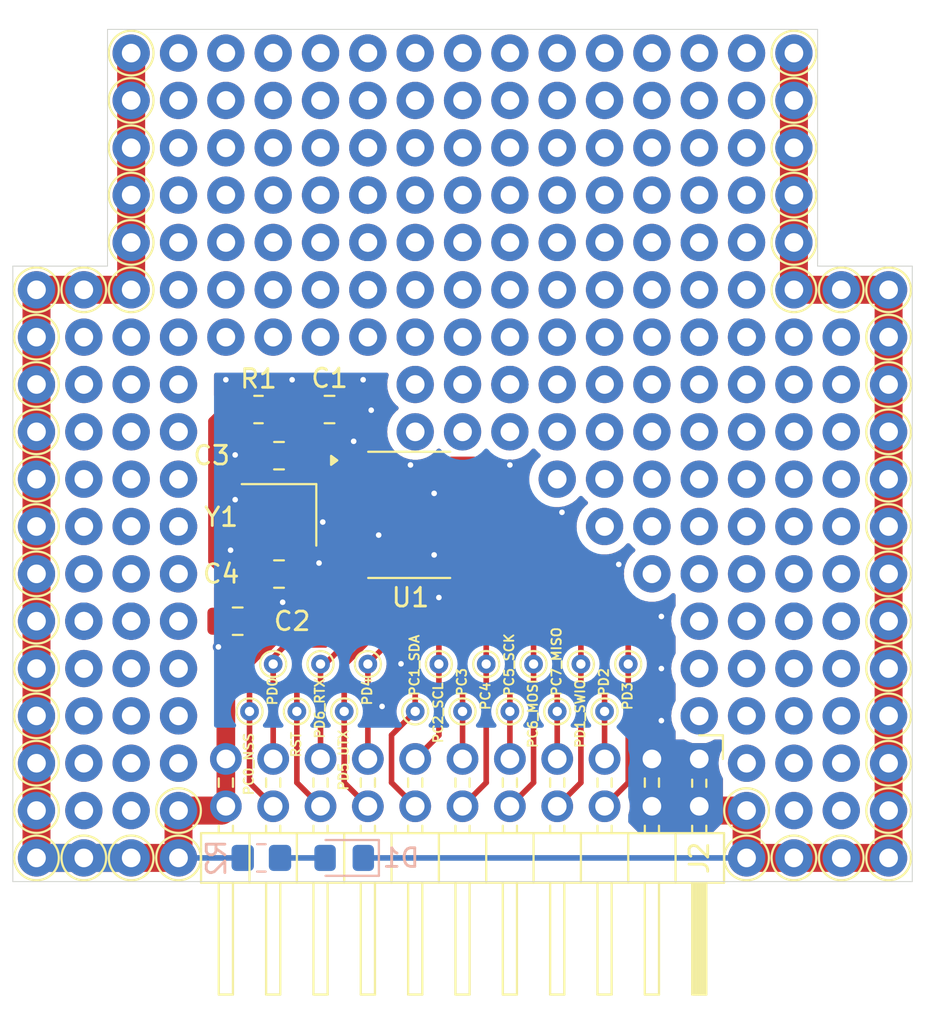
<source format=kicad_pcb>
(kicad_pcb (version 20240108) (generator "pcbnew") (generator_version "8.0")
  (layers (0 "F.Cu" signal) (31 "B.Cu" signal) (34 "B.Paste" user) (35 "F.Paste" user) (36 "B.SilkS" user "B.Silkscreen") (37 "F.SilkS" user "F.Silkscreen") (38 "B.Mask" user) (39 "F.Mask" user) (44 "Edge.Cuts" user))
  (net 0 "")
  (net 1 "GND")
  (net 2 "VCC")
  (net 3 "RST")
  (net 4 "Net-(U1-PA1)")
  (net 5 "Net-(U1-PA2)")
  (net 6 "Net-(D1-A)")
  (net 7 "PD0")
  (net 8 "PD1_SWIO")
  (net 9 "PC5_SCK")
  (net 10 "PC3")
  (net 11 "PC6_MOSI")
  (net 12 "PC0_NSS")
  (net 13 "PD3")
  (net 14 "PC7_MISO")
  (net 15 "PD4")
  (net 16 "PD2")
  (net 17 "PD5_UTX")
  (net 18 "PC2_SCL")
  (net 19 "PC4")
  (net 20 "PD6_RTX")
  (net 21 "PC1_SDA")
  (footprint "TestPoint:TestPoint_THTPad_D2.0mm_Drill1.0mm" (layer "F.Cu") (at 144.78 105.64)
    (property "Reference" "TP23" (hide yes))
    (property "Value" "GND")
  )
  (footprint "Capacitor_SMD:C_0805_2012Metric_Pad1.18x1.45mm_HandSolder" (layer "F.Cu") (at 119.6925 86.6 180)
    (property "Reference" "C3")
    (property "Value" "22p" (hide yes))
  )
  (footprint "TestPoint:TestPoint_THTPad_D1.0mm_Drill0.5mm" (layer "F.Cu") (at 138.43 97.78)
    (property "Reference" "TP63" (hide yes))
    (property "Value" "PD3")
  )
  (footprint "" (layer "F.Cu") (at 127 80.24 180)
    (property "Reference" "")
    (property "Value" "")
  )
  (footprint "" (layer "F.Cu") (at 109.22 100.56 90)
    (property "Reference" "")
    (property "Value" "")
  )
  (footprint "TestPoint:TestPoint_THTPad_D1.0mm_Drill0.5mm" (layer "F.Cu") (at 118.11 100.32)
    (property "Reference" "TP51" (hide yes))
    (property "Value" "PC0_NSS")
  )
  (footprint "" (layer "F.Cu") (at 149.86 103.1 90)
    (property "Reference" "")
    (property "Value" "")
  )
  (footprint "" (layer "F.Cu") (at 139.7 92.94 90)
    (property "Reference" "")
    (property "Value" "")
  )
  (footprint "TestPoint:TestPoint_THTPad_D1.0mm_Drill0.5mm" (layer "F.Cu") (at 129.54 100.32)
    (property "Reference" "TP54" (hide yes))
    (property "Value" "PC3")
  )
  (footprint "" (layer "F.Cu") (at 116.84 77.7 90)
    (property "Reference" "")
    (property "Value" "")
  )
  (footprint "" (layer "F.Cu") (at 127 70.08)
    (property "Reference" "")
    (property "Value" "")
  )
  (footprint "" (layer "F.Cu") (at 116.84 72.62)
    (property "Reference" "")
    (property "Value" "")
  )
  (footprint "" (layer "F.Cu") (at 109.22 95.48 90)
    (property "Reference" "")
    (property "Value" "")
  )
  (footprint "" (layer "F.Cu") (at 139.7 70.08)
    (property "Reference" "")
    (property "Value" "")
  )
  (footprint "TestPoint:TestPoint_THTPad_D2.0mm_Drill1.0mm" (layer "F.Cu") (at 106.68 98.02)
    (property "Reference" "TP27" (hide yes))
    (property "Value" "VCC")
  )
  (footprint "" (layer "F.Cu") (at 134.62 85.32)
    (property "Reference" "")
    (property "Value" "")
  )
  (footprint "" (layer "F.Cu") (at 114.3 92.94 90)
    (property "Reference" "")
    (property "Value" "")
  )
  (footprint "" (layer "F.Cu") (at 121.92 77.7)
    (property "Reference" "")
    (property "Value" "")
  )
  (footprint "" (layer "F.Cu") (at 144.78 103.1 90)
    (property "Reference" "")
    (property "Value" "")
  )
  (footprint "" (layer "F.Cu") (at 119.38 77.7)
    (property "Reference" "")
    (property "Value" "")
  )
  (footprint "" (layer "F.Cu") (at 144.78 90.4 90)
    (property "Reference" "")
    (property "Value" "")
  )
  (footprint "" (layer "F.Cu") (at 129.54 85.32 180)
    (property "Reference" "")
    (property "Value" "")
  )
  (footprint "" (layer "F.Cu") (at 109.22 98.02 90)
    (property "Reference" "")
    (property "Value" "")
  )
  (footprint "" (layer "F.Cu") (at 127 77.7)
    (property "Reference" "")
    (property "Value" "")
  )
  (footprint "" (layer "F.Cu") (at 109.22 87.86 90)
    (property "Reference" "")
    (property "Value" "")
  )
  (footprint "" (layer "F.Cu") (at 147.32 90.4 90)
    (property "Reference" "")
    (property "Value" "")
  )
  (footprint "" (layer "F.Cu") (at 139.7 72.62)
    (property "Reference" "")
    (property "Value" "")
  )
  (footprint "" (layer "F.Cu") (at 142.24 75.16 90)
    (property "Reference" "")
    (property "Value" "")
  )
  (footprint "" (layer "F.Cu") (at 142.24 95.48 90)
    (property "Reference" "")
    (property "Value" "")
  )
  (footprint "" (layer "F.Cu") (at 149.86 95.48 90)
    (property "Reference" "")
    (property "Value" "")
  )
  (footprint "" (layer "F.Cu") (at 149.86 90.4 90)
    (property "Reference" "")
    (property "Value" "")
  )
  (footprint "TestPoint:TestPoint_THTPad_D2.0mm_Drill1.0mm" (layer "F.Cu") (at 149.86 108.18)
    (property "Reference" "TP21" (hide yes))
    (property "Value" "GND")
  )
  (footprint "TestPoint:TestPoint_THTPad_D2.0mm_Drill1.0mm" (layer "F.Cu") (at 152.4 100.56)
    (property "Reference" "TP19" (hide yes))
    (property "Value" "GND")
  )
  (footprint "" (layer "F.Cu") (at 124.46 80.24 180)
    (property "Reference" "")
    (property "Value" "")
  )
  (footprint "" (layer "F.Cu") (at 109.22 85.32 90)
    (property "Reference" "")
    (property "Value" "")
  )
  (footprint "" (layer "F.Cu") (at 137.16 70.08)
    (property "Reference" "")
    (property "Value" "")
  )
  (footprint "" (layer "F.Cu") (at 144.78 72.62 90)
    (property "Reference" "")
    (property "Value" "")
  )
  (footprint "" (layer "F.Cu") (at 142.24 72.62 90)
    (property "Reference" "")
    (property "Value" "")
  )
  (footprint "" (layer "F.Cu") (at 129.54 75.16)
    (property "Reference" "")
    (property "Value" "")
  )
  (footprint "" (layer "F.Cu") (at 139.7 90.4 90)
    (property "Reference" "")
    (property "Value" "")
  )
  (footprint "TestPoint:TestPoint_THTPad_D2.0mm_Drill1.0mm" (layer "F.Cu") (at 147.32 67.54)
    (property "Reference" "TP2" (hide yes))
    (property "Value" "GND")
  )
  (footprint "TestPoint:TestPoint_THTPad_D1.0mm_Drill0.5mm" (layer "F.Cu") (at 128.27 97.78)
    (property "Reference" "TP53" (hide yes))
    (property "Value" "PC2_SCK")
  )
  (footprint "" (layer "F.Cu") (at 121.92 72.62)
    (property "Reference" "")
    (property "Value" "")
  )
  (footprint "" (layer "F.Cu") (at 134.62 77.7)
    (property "Reference" "")
    (property "Value" "")
  )
  (footprint "TestPoint:TestPoint_THTPad_D2.0mm_Drill1.0mm" (layer "F.Cu") (at 111.76 67.54)
    (property "Reference" "TP31" (hide yes))
    (property "Value" "VCC")
  )
  (footprint "" (layer "F.Cu") (at 114.3 67.54)
    (property "Reference" "")
    (property "Value" "")
  )
  (footprint "" (layer "F.Cu") (at 139.7 67.54)
    (property "Reference" "")
    (property "Value" "")
  )
  (footprint "TestPoint:TestPoint_THTPad_D2.0mm_Drill1.0mm" (layer "F.Cu") (at 147.32 108.18)
    (property "Reference" "TP22" (hide yes))
    (property "Value" "GND")
  )
  (footprint "" (layer "F.Cu") (at 114.3 82.78 90)
    (property "Reference" "")
    (property "Value" "")
  )
  (footprint "" (layer "F.Cu") (at 114.3 95.48 90)
    (property "Reference" "")
    (property "Value" "")
  )
  (footprint "" (layer "F.Cu") (at 142.24 85.32 90)
    (property "Reference" "")
    (property "Value" "")
  )
  (footprint "" (layer "F.Cu") (at 109.22 90.4 90)
    (property "Reference" "")
    (property "Value" "")
  )
  (footprint "" (layer "F.Cu") (at 121.92 70.08)
    (property "Reference" "")
    (property "Value" "")
  )
  (footprint "TestPoint:TestPoint_THTPad_D2.0mm_Drill1.0mm" (layer "F.Cu") (at 106.68 85.32)
    (property "Reference" "TP44" (hide yes))
    (property "Value" "VCC")
  )
  (footprint "" (layer "F.Cu") (at 109.22 80.24 90)
    (property "Reference" "")
    (property "Value" "")
  )
  (footprint "" (layer "F.Cu") (at 119.38 70.08)
    (property "Reference" "")
    (property "Value" "")
  )
  (footprint "" (layer "F.Cu") (at 121.92 65)
    (property "Reference" "")
    (property "Value" "")
  )
  (footprint "" (layer "F.Cu") (at 111.76 95.48 90)
    (property "Reference" "")
    (property "Value" "")
  )
  (footprint "Capacitor_SMD:C_0805_2012Metric_Pad1.18x1.45mm_HandSolder" (layer "F.Cu") (at 117.475 95.48 180)
    (property "Reference" "C2")
    (property "Value" "100n" (hide yes))
  )
  (footprint "" (layer "F.Cu") (at 129.54 67.54)
    (property "Reference" "")
    (property "Value" "")
  )
  (footprint "" (layer "F.Cu") (at 134.62 87.86)
    (property "Reference" "")
    (property "Value" "")
  )
  (footprint "" (layer "F.Cu") (at 139.7 65)
    (property "Reference" "")
    (property "Value" "")
  )
  (footprint "" (layer "F.Cu") (at 109.22 92.94 90)
    (property "Reference" "")
    (property "Value" "")
  )
  (footprint "" (layer "F.Cu") (at 129.54 77.7)
    (property "Reference" "")
    (property "Value" "")
  )
  (footprint "" (layer "F.Cu") (at 144.78 67.54 90)
    (property "Reference" "")
    (property "Value" "")
  )
  (footprint "TestPoint:TestPoint_THTPad_D1.0mm_Drill0.5mm" (layer "F.Cu") (at 135.89 97.78)
    (property "Reference" "TP61" (hide yes))
    (property "Value" "PD1_SWIO")
  )
  (footprint "" (layer "F.Cu") (at 142.24 100.56 180)
    (property "Reference" "")
    (property "Value" "")
  )
  (footprint "" (layer "F.Cu") (at 149.86 95.48 90)
    (property "Reference" "")
    (property "Value" "")
  )
  (footprint "" (layer "F.Cu") (at 114.3 100.56 90)
    (property "Reference" "")
    (property "Value" "")
  )
  (footprint "" (layer "F.Cu") (at 147.32 82.78 90)
    (property "Reference" "")
    (property "Value" "")
  )
  (footprint "TestPoint:TestPoint_THTPad_D1.0mm_Drill0.5mm" (layer "F.Cu") (at 133.35 97.78)
    (property "Reference" "TP57" (hide yes))
    (property "Value" "PC6_MOSI")
  )
  (footprint "" (layer "F.Cu") (at 144.78 77.7 90)
    (property "Reference" "")
    (property "Value" "")
  )
  (footprint "" (layer "F.Cu") (at 111.76 80.24 90)
    (property "Reference" "")
    (property "Value" "")
  )
  (footprint "" (layer "F.Cu") (at 147.32 100.56 90)
    (property "Reference" "")
    (property "Value" "")
  )
  (footprint "Resistor_SMD:R_0805_2012Metric_Pad1.20x1.40mm_HandSolder" (layer "F.Cu") (at 118.5925 84.124544)
    (property "Reference" "R1")
    (property "Value" "100k" (hide yes))
  )
  (footprint "TestPoint:TestPoint_THTPad_D1.0mm_Drill0.5mm" (layer "F.Cu") (at 134.62 100.32)
    (property "Reference" "TP58" (hide yes))
    (property "Value" "PC7_MISO")
  )
  (footprint "" (layer "F.Cu") (at 137.16 75.16)
    (property "Reference" "")
    (property "Value" "")
  )
  (footprint "" (layer "F.Cu") (at 114.3 90.4 90)
    (property "Reference" "")
    (property "Value" "")
  )
  (footprint "" (layer "F.Cu") (at 142.24 67.54 90)
    (property "Reference" "")
    (property "Value" "")
  )
  (footprint "" (layer "F.Cu") (at 127 85.32 180)
    (property "Reference" "")
    (property "Value" "")
  )
  (footprint "TestPoint:TestPoint_THTPad_D2.0mm_Drill1.0mm" (layer "F.Cu") (at 106.68 103.1)
    (property "Reference" "TP33" (hide yes))
    (property "Value" "VCC")
  )
  (footprint "TestPoint:TestPoint_THTPad_D2.0mm_Drill1.0mm" (layer "F.Cu") (at 106.68 90.4)
    (property "Reference" "TP36" (hide yes))
    (property "Value" "VCC")
  )
  (footprint "" (layer "F.Cu") (at 114.3 65)
    (property "Reference" "")
    (property "Value" "")
  )
  (footprint "" (layer "F.Cu") (at 124.46 70.08)
    (property "Reference" "")
    (property "Value" "")
  )
  (footprint "" (layer "F.Cu") (at 124.46 72.62)
    (property "Reference" "")
    (property "Value" "")
  )
  (footprint "" (layer "F.Cu") (at 149.86 100.56 90)
    (property "Reference" "")
    (property "Value" "")
  )
  (footprint "TestPoint:TestPoint_THTPad_D1.0mm_Drill0.5mm" (layer "F.Cu") (at 127 100.32)
    (property "Reference" "TP52" (hide yes))
    (property "Value" "PC1_SDA")
  )
  (footprint "" (layer "F.Cu") (at 132.08 72.62)
    (property "Reference" "")
    (property "Value" "")
  )
  (footprint "" (layer "F.Cu") (at 124.46 67.54)
    (property "Reference" "")
    (property "Value" "")
  )
  (footprint "TestPoint:TestPoint_THTPad_D1.0mm_Drill0.5mm" (layer "F.Cu") (at 120.65 100.32)
    (property "Reference" "TP59" (hide yes))
    (property "Value" "RST")
  )
  (footprint "" (layer "F.Cu") (at 132.08 82.78 90)
    (property "Reference" "")
    (property "Value" "")
  )
  (footprint "" (layer "F.Cu") (at 137.16 72.62)
    (property "Reference" "")
    (property "Value" "")
  )
  (footprint "TestPoint:TestPoint_THTPad_D2.0mm_Drill1.0mm" (layer "F.Cu") (at 111.76 70.08)
    (property "Reference" "TP46" (hide yes))
    (property "Value" "VCC")
  )
  (footprint "TestPoint:TestPoint_THTPad_D2.0mm_Drill1.0mm" (layer "F.Cu") (at 114.3 108.18)
    (property "Reference" "TP35" (hide yes))
    (property "Value" "VCC")
  )
  (footprint "" (layer "F.Cu") (at 111.76 95.48 90)
    (property "Reference" "")
    (property "Value" "")
  )
  (footprint "" (layer "F.Cu") (at 132.08 67.54)
    (property "Reference" "")
    (property "Value" "")
  )
  (footprint "" (layer "F.Cu") (at 134.62 67.54)
    (property "Reference" "")
    (property "Value" "")
  )
  (footprint "" (layer "F.Cu") (at 119.38 80.24 180)
    (property "Reference" "")
    (property "Value" "")
  )
  (footprint "" (layer "F.Cu") (at 109.22 105.64 90)
    (property "Reference" "")
    (property "Value" "")
  )
  (footprint "" (layer "F.Cu") (at 144.78 85.32 90)
    (property "Reference" "")
    (property "Value" "")
  )
  (footprint "TestPoint:TestPoint_THTPad_D2.0mm_Drill1.0mm" (layer "F.Cu") (at 152.4 98.02)
    (property "Reference" "TP20" (hide yes))
    (property "Value" "GND")
  )
  (footprint "" (layer "F.Cu") (at 147.32 80.24 90)
    (property "Reference" "")
    (property "Value" "")
  )
  (footprint "" (layer "F.Cu") (at 137.16 65)
    (property "Reference" "")
    (property "Value" "")
  )
  (footprint "TestPoint:TestPoint_THTPad_D2.0mm_Drill1.0mm" (layer "F.Cu") (at 147.32 77.7)
    (property "Reference" "TP4" (hide yes))
    (property "Value" "GND")
  )
  (footprint "TestPoint:TestPoint_THTPad_D2.0mm_Drill1.0mm" (layer "F.Cu") (at 111.76 65)
    (property "Reference" "TP26" (hide yes))
    (property "Value" "VCC")
  )
  (footprint "TestPoint:TestPoint_THTPad_D2.0mm_Drill1.0mm" (layer "F.Cu") (at 152.4 103.1)
    (property "Reference" "TP18" (hide yes))
    (property "Value" "GND")
  )
  (footprint "" (layer "F.Cu") (at 134.62 82.78)
    (property "Reference" "")
    (property "Value" "")
  )
  (footprint "TestPoint:TestPoint_THTPad_D2.0mm_Drill1.0mm" (layer "F.Cu") (at 152.4 85.32)
    (property "Reference" "TP11" (hide yes))
    (property "Value" "GND")
  )
  (footprint "" (layer "F.Cu") (at 127 82.78 180)
    (property "Reference" "")
    (property "Value" "")
  )
  (footprint "TestPoint:TestPoint_THTPad_D1.0mm_Drill0.5mm" (layer "F.Cu") (at 132.08 100.32)
    (property "Reference" "TP56" (hide yes))
    (property "Value" "PC5_SCK")
  )
  (footprint "" (layer "F.Cu") (at 142.24 87.86 90)
    (property "Reference" "")
    (property "Value" "")
  )
  (footprint "" (layer "F.Cu") (at 116.84 67.54)
    (property "Reference" "")
    (property "Value" "")
  )
  (footprint "" (layer "F.Cu") (at 139.7 87.86)
    (property "Reference" "")
    (property "Value" "")
  )
  (footprint "" (layer "F.Cu") (at 144.78 80.24 90)
    (property "Reference" "")
    (property "Value" "")
  )
  (footprint "" (layer "F.Cu") (at 137.16 67.54)
    (property "Reference" "")
    (property "Value" "")
  )
  (footprint "" (layer "F.Cu") (at 142.24 90.4 90)
    (property "Reference" "")
    (property "Value" "")
  )
  (footprint "TestPoint:TestPoint_THTPad_D2.0mm_Drill1.0mm" (layer "F.Cu") (at 144.78 108.18)
    (property "Reference" "TP25" (hide yes))
    (property "Value" "GND")
  )
  (footprint "TestPoint:TestPoint_THTPad_D2.0mm_Drill1.0mm" (layer "F.Cu") (at 106.68 82.78)
    (property "Reference" "TP43" (hide yes))
    (property "Value" "VCC")
  )
  (footprint "" (layer "F.Cu") (at 111.76 98.02 90)
    (property "Reference" "")
    (property "Value" "")
  )
  (footprint "" (layer "F.Cu") (at 137.16 77.7)
    (property "Reference" "")
    (property "Value" "")
  )
  (footprint "" (layer "F.Cu") (at 111.76 90.4 90)
    (property "Reference" "")
    (property "Value" "")
  )
  (footprint "" (layer "F.Cu") (at 132.08 80.24 180)
    (property "Reference" "")
    (property "Value" "")
  )
  (footprint "" (layer "F.Cu") (at 127 67.54)
    (property "Reference" "")
    (property "Value" "")
  )
  (footprint "" (layer "F.Cu") (at 114.3 85.32 90)
    (property "Reference" "")
    (property "Value" "")
  )
  (footprint "" (layer "F.Cu") (at 149.86 92.94 90)
    (property "Reference" "")
    (property "Value" "")
  )
  (footprint "" (layer "F.Cu") (at 121.92 80.24 180)
    (property "Reference" "")
    (property "Value" "")
  )
  (footprint "" (layer "F.Cu") (at 119.38 65)
    (property "Reference" "")
    (property "Value" "")
  )
  (footprint "" (layer "F.Cu") (at 114.3 103.1 90)
    (property "Reference" "")
    (property "Value" "")
  )
  (footprint "" (layer "F.Cu") (at 124.46 77.7)
    (property "Reference" "")
    (property "Value" "")
  )
  (footprint "" (layer "F.Cu") (at 134.62 72.62)
    (property "Reference" "")
    (property "Value" "")
  )
  (footprint "TestPoint:TestPoint_THTPad_D2.0mm_Drill1.0mm" (layer "F.Cu") (at 114.3 105.64)
    (property "Reference" "TP29" (hide yes))
    (property "Value" "VCC")
  )
  (footprint "" (layer "F.Cu") (at 142.24 80.24 90)
    (property "Reference" "")
    (property "Value" "")
  )
  (footprint "" (layer "F.Cu") (at 116.84 65)
    (property "Reference" "")
    (property "Value" "")
  )
  (footprint "" (layer "F.Cu") (at 149.86 98.02 90)
    (property "Reference" "")
    (property "Value" "")
  )
  (footprint "" (layer "F.Cu") (at 137.16 85.32)
    (property "Reference" "")
    (property "Value" "")
  )
  (footprint "" (layer "F.Cu") (at 144.78 100.56 180)
    (property "Reference" "")
    (property "Value" "")
  )
  (footprint "" (layer "F.Cu") (at 144.78 82.78 90)
    (property "Reference" "")
    (property "Value" "")
  )
  (footprint "Connector_PinHeader_2.54mm:PinHeader_2x11_P2.54mm_Horizontal" (layer "F.Cu") (at 142.24 102.87 -90)
    (property "Reference" "J2")
    (property "Value" "Conn_02x11_Odd_Even")
  )
  (footprint "" (layer "F.Cu") (at 119.38 67.54)
    (property "Reference" "")
    (property "Value" "")
  )
  (footprint "" (layer "F.Cu") (at 132.08 70.08)
    (property "Reference" "")
    (property "Value" "")
  )
  (footprint "Package_SO:TSSOP-20_4.4x6.5mm_P0.65mm" (layer "F.Cu") (at 126.6775 89.775)
    (property "Reference" "U1")
    (property "Value" "CH32V003FxPx" (hide yes))
  )
  (footprint "" (layer "F.Cu") (at 147.32 95.48 90)
    (property "Reference" "")
    (property "Value" "")
  )
  (footprint "TestPoint:TestPoint_THTPad_D2.0mm_Drill1.0mm" (layer "F.Cu") (at 152.4 92.94)
    (property "Reference" "TP14" (hide yes))
    (property "Value" "GND")
  )
  (footprint "" (layer "F.Cu") (at 132.08 82.78 90)
    (property "Reference" "")
    (property "Value" "")
  )
  (footprint "" (layer "F.Cu") (at 139.7 90.4 90)
    (property "Reference" "")
    (property "Value" "")
  )
  (footprint "" (layer "F.Cu") (at 147.32 92.94 90)
    (property "Reference" "")
    (property "Value" "")
  )
  (footprint "" (layer "F.Cu") (at 132.08 75.16)
    (property "Reference" "")
    (property "Value" "")
  )
  (footprint "TestPoint:TestPoint_THTPad_D2.0mm_Drill1.0mm" (layer "F.Cu") (at 106.68 95.48)
    (property "Reference" "TP32" (hide yes))
    (property "Value" "VCC")
  )
  (footprint "" (layer "F.Cu") (at 132.08 85.32 90)
    (property "Reference" "")
    (property "Value" "")
  )
  (footprint "TestPoint:TestPoint_THTPad_D1.0mm_Drill0.5mm" (layer "F.Cu") (at 119.38 97.78)
    (property "Reference" "TP60" (hide yes))
    (property "Value" "PD0")
  )
  (footprint "" (layer "F.Cu") (at 142.24 77.7 90)
    (property "Reference" "")
    (property "Value" "")
  )
  (footprint "" (layer "F.Cu") (at 124.46 75.16)
    (property "Reference" "")
    (property "Value" "")
  )
  (footprint "TestPoint:TestPoint_THTPad_D1.0mm_Drill0.5mm" (layer "F.Cu") (at 124.46 97.78)
    (property "Reference" "TP64" (hide yes))
    (property "Value" "PD4")
  )
  (footprint "" (layer "F.Cu") (at 149.86 87.86 90)
    (property "Reference" "")
    (property "Value" "")
  )
  (footprint "" (layer "F.Cu") (at 142.24 70.08 90)
    (property "Reference" "")
    (property "Value" "")
  )
  (footprint "" (layer "F.Cu") (at 116.84 80.24 90)
    (property "Reference" "")
    (property "Value" "")
  )
  (footprint "Capacitor_SMD:C_0805_2012Metric_Pad1.18x1.45mm_HandSolder" (layer "F.Cu") (at 122.4025 84.124544)
    (property "Reference" "C1")
    (property "Value" "100n")
  )
  (footprint "" (layer "F.Cu") (at 116.84 70.08)
    (property "Reference" "")
    (property "Value" "")
  )
  (footprint "" (layer "F.Cu") (at 132.08 77.7)
    (property "Reference" "")
    (property "Value" "")
  )
  (footprint "" (layer "F.Cu") (at 137.16 80.24)
    (property "Reference" "")
    (property "Value" "")
  )
  (footprint "TestPoint:TestPoint_THTPad_D2.0mm_Drill1.0mm" (layer "F.Cu") (at 111.76 75.16)
    (property "Reference" "TP48" (hide yes))
    (property "Value" "VCC")
  )
  (footprint "TestPoint:TestPoint_THTPad_D2.0mm_Drill1.0mm" (layer "F.Cu") (at 147.32 75.16)
    (property "Reference" "TP7" (hide yes))
    (property "Value" "GND")
  )
  (footprint "" (layer "F.Cu") (at 139.7 75.16)
    (property "Reference" "")
    (property "Value" "")
  )
  (footprint "TestPoint:TestPoint_THTPad_D2.0mm_Drill1.0mm" (layer "F.Cu") (at 152.4 105.64)
    (property "Reference" "TP17" (hide yes))
    (property "Value" "GND")
  )
  (footprint "" (layer "F.Cu") (at 144.78 80.24 90)
    (property "Reference" "")
    (property "Value" "")
  )
  (footprint "" (layer "F.Cu") (at 127 72.62)
    (property "Reference" "")
    (property "Value" "")
  )
  (footprint "" (layer "F.Cu") (at 144.78 75.16 90)
    (property "Reference" "")
    (property "Value" "")
  )
  (footprint "" (layer "F.Cu") (at 114.3 87.86 90)
    (property "Reference" "")
    (property "Value" "")
  )
  (footprint "" (layer "F.Cu") (at 142.24 92.94 90)
    (property "Reference" "")
    (property "Value" "")
  )
  (footprint "" (layer "F.Cu") (at 127 75.16)
    (property "Reference" "")
    (property "Value" "")
  )
  (footprint "TestPoint:TestPoint_THTPad_D1.0mm_Drill0.5mm" (layer "F.Cu") (at 121.92 97.78)
    (property "Reference" "TP66" (hide yes))
    (property "Value" "PD6_RTX")
  )
  (footprint "" (layer "F.Cu") (at 139.7 77.7)
    (property "Reference" "")
    (property "Value" "")
  )
  (footprint "TestPoint:TestPoint_THTPad_D2.0mm_Drill1.0mm" (layer "F.Cu") (at 152.4 95.48)
    (property "Reference" "TP15" (hide yes))
    (property "Value" "GND")
  )
  (footprint "" (layer "F.Cu") (at 114.3 90.4 90)
    (property "Reference" "")
    (property "Value" "")
  )
  (footprint "" (layer "F.Cu") (at 114.3 77.7 90)
    (property "Reference" "")
    (property "Value" "")
  )
  (footprint "TestPoint:TestPoint_THTPad_D2.0mm_Drill1.0mm" (layer "F.Cu") (at 106.68 105.64)
    (property "Reference" "TP28" (hide yes))
    (property "Value" "VCC")
  )
  (footprint "" (layer "F.Cu") (at 109.22 82.78 90)
    (property "Reference" "")
    (property "Value" "")
  )
  (footprint "TestPoint:TestPoint_THTPad_D1.0mm_Drill0.5mm" (layer "F.Cu") (at 123.19 100.32)
    (property "Reference" "TP65" (hide yes))
    (property "Value" "PD5_UTX")
  )
  (footprint "" (layer "F.Cu") (at 147.32 87.86 90)
    (property "Reference" "")
    (property "Value" "")
  )
  (footprint "" (layer "F.Cu") (at 142.24 80.24 90)
    (property "Reference" "")
    (property "Value" "")
  )
  (footprint "" (layer "F.Cu") (at 119.38 75.16)
    (property "Reference" "")
    (property "Value" "")
  )
  (footprint "" (layer "F.Cu") (at 119.38 72.62)
    (property "Reference" "")
    (property "Value" "")
  )
  (footprint "" (layer "F.Cu") (at 147.32 85.32 90)
    (property "Reference" "")
    (property "Value" "")
  )
  (footprint "" (layer "F.Cu") (at 124.46 67.54)
    (property "Reference" "")
    (property "Value" "")
  )
  (footprint "" (layer "F.Cu") (at 129.54 72.62)
    (property "Reference" "")
    (property "Value" "")
  )
  (footprint "TestPoint:TestPoint_THTPad_D2.0mm_Drill1.0mm" (layer "F.Cu") (at 147.32 72.62)
    (property "Reference" "TP6" (hide yes))
    (property "Value" "GND")
  )
  (footprint "" (layer "F.Cu") (at 111.76 82.78 90)
    (property "Reference" "")
    (property "Value" "")
  )
  (footprint "TestPoint:TestPoint_THTPad_D2.0mm_Drill1.0mm" (layer "F.Cu") (at 152.4 108.18)
    (property "Reference" "TP16" (hide yes))
    (property "Value" "GND")
  )
  (footprint "TestPoint:TestPoint_THTPad_D2.0mm_Drill1.0mm" (layer "F.Cu") (at 147.32 70.08)
    (property "Reference" "TP3" (hide yes))
    (property "Value" "GND")
  )
  (footprint "" (layer "F.Cu") (at 111.76 105.64 90)
    (property "Reference" "")
    (property "Value" "")
  )
  (footprint "" (layer "F.Cu") (at 127 65)
    (property "Reference" "")
    (property "Value" "")
  )
  (footprint "TestPoint:TestPoint_THTPad_D2.0mm_Drill1.0mm" (layer "F.Cu") (at 106.68 80.24)
    (property "Reference" "TP42" (hide yes))
    (property "Value" "VCC")
  )
  (footprint "" (layer "F.Cu") (at 137.16 90.4 90)
    (property "Reference" "")
    (property "Value" "")
  )
  (footprint "TestPoint:TestPoint_THTPad_D2.0mm_Drill1.0mm" (layer "F.Cu") (at 152.4 87.86)
    (property "Reference" "TP12" (hide yes))
    (property "Value" "GND")
  )
  (footprint "TestPoint:TestPoint_THTPad_D2.0mm_Drill1.0mm" (layer "F.Cu") (at 106.68 92.94)
    (property "Reference" "TP37" (hide yes))
    (property "Value" "VCC")
  )
  (footprint "" (layer "F.Cu") (at 144.78 98.02 180)
    (property "Reference" "")
    (property "Value" "")
  )
  (footprint "" (layer "F.Cu") (at 149.86 85.32 90)
    (property "Reference" "")
    (property "Value" "")
  )
  (footprint "TestPoint:TestPoint_THTPad_D2.0mm_Drill1.0mm" (layer "F.Cu") (at 152.4 80.24)
    (property "Reference" "TP9" (hide yes))
    (property "Value" "GND")
  )
  (footprint "" (layer "F.Cu") (at 139.7 80.24)
    (property "Reference" "")
    (property "Value" "")
  )
  (footprint "" (layer "F.Cu") (at 129.54 82.78 180)
    (property "Reference" "")
    (property "Value" "")
  )
  (footprint "" (layer "F.Cu") (at 149.86 105.64 90)
    (property "Reference" "")
    (property "Value" "")
  )
  (footprint "" (layer "F.Cu") (at 142.24 65 90)
    (property "Reference" "")
    (property "Value" "")
  )
  (footprint "" (layer "F.Cu") (at 114.3 80.24 90)
    (property "Reference" "")
    (property "Value" "")
  )
  (footprint "" (layer "F.Cu") (at 142.24 98.02 180)
    (property "Reference" "")
    (property "Value" "")
  )
  (footprint "" (layer "F.Cu") (at 137.16 82.78)
    (property "Reference" "")
    (property "Value" "")
  )
  (footprint "TestPoint:TestPoint_THTPad_D2.0mm_Drill1.0mm" (layer "F.Cu") (at 152.4 82.78)
    (property "Reference" "TP10" (hide yes))
    (property "Value" "GND")
  )
  (footprint "TestPoint:TestPoint_THTPad_D1.0mm_Drill0.5mm" (layer "F.Cu") (at 137.16 100.32)
    (property "Reference" "TP62" (hide yes))
    (property "Value" "PD2")
  )
  (footprint "" (layer "F.Cu") (at 144.78 70.08 90)
    (property "Reference" "")
    (property "Value" "")
  )
  (footprint "TestPoint:TestPoint_THTPad_D2.0mm_Drill1.0mm" (layer "F.Cu") (at 106.68 100.56)
    (property "Reference" "TP38" (hide yes))
    (property "Value" "VCC")
  )
  (footprint "" (layer "F.Cu") (at 134.62 65)
    (property "Reference" "")
    (property "Value" "")
  )
  (footprint "" (layer "F.Cu") (at 124.46 75.16)
    (property "Reference" "")
    (property "Value" "")
  )
  (footprint "TestPoint:TestPoint_THTPad_D1.0mm_Drill0.5mm" (layer "F.Cu") (at 130.81 97.78)
    (property "Reference" "TP55" (hide yes))
    (property "Value" "PC4")
  )
  (footprint "" (layer "F.Cu") (at 144.78 87.86 90)
    (property "Reference" "")
    (property "Value" "")
  )
  (footprint "" (layer "F.Cu") (at 144.78 92.94 90)
    (property "Reference" "")
    (property "Value" "")
  )
  (footprint "" (layer "F.Cu") (at 114.3 70.08)
    (property "Reference" "")
    (property "Value" "")
  )
  (footprint "" (layer "F.Cu") (at 116.84 75.16 90)
    (property "Reference" "")
    (property "Value" "")
  )
  (footprint "" (layer "F.Cu") (at 144.78 95.48 90)
    (property "Reference" "")
    (property "Value" "")
  )
  (footprint "" (layer "F.Cu") (at 142.24 82.78 90)
    (property "Reference" "")
    (property "Value" "")
  )
  (footprint "TestPoint:TestPoint_THTPad_D2.0mm_Drill1.0mm" (layer "F.Cu") (at 109.22 77.7)
    (property "Reference" "TP50" (hide yes))
    (property "Value" "VCC")
  )
  (footprint "Crystal:Crystal_SMD_3225-4Pin_3.2x2.5mm" (layer "F.Cu") (at 119.6925 89.775 180)
    (property "Reference" "Y1")
    (property "Value" "24MHz" (hide yes))
  )
  (footprint "" (layer "F.Cu") (at 124.46 65)
    (property "Reference" "")
    (property "Value" "")
  )
  (footprint "" (layer "F.Cu") (at 111.76 103.1 90)
    (property "Reference" "")
    (property "Value" "")
  )
  (footprint "TestPoint:TestPoint_THTPad_D2.0mm_Drill1.0mm" (layer "F.Cu") (at 111.76 108.18)
    (property "Reference" "TP34" (hide yes))
    (property "Value" "VCC")
  )
  (footprint "" (layer "F.Cu") (at 124.46 77.7)
    (property "Reference" "")
    (property "Value" "")
  )
  (footprint "Capacitor_SMD:C_0805_2012Metric_Pad1.18x1.45mm_HandSolder" (layer "F.Cu") (at 119.6925 92.95)
    (property "Reference" "C4")
    (property "Value" "22p" (hide yes))
  )
  (footprint "" (layer "F.Cu") (at 114.3 72.62)
    (property "Reference" "")
    (property "Value" "")
  )
  (footprint "TestPoint:TestPoint_THTPad_D2.0mm_Drill1.0mm" (layer "F.Cu") (at 152.4 90.4)
    (property "Reference" "TP13" (hide yes))
    (property "Value" "GND")
  )
  (footprint "" (layer "F.Cu") (at 147.32 98.02 90)
    (property "Reference" "")
    (property "Value" "")
  )
  (footprint "" (layer "F.Cu") (at 144.78 65 90)
    (property "Reference" "")
    (property "Value" "")
  )
  (footprint "" (layer "F.Cu") (at 132.08 65)
    (property "Reference" "")
    (property "Value" "")
  )
  (footprint "" (layer "F.Cu") (at 149.86 80.24 90)
    (property "Reference" "")
    (property "Value" "")
  )
  (footprint "TestPoint:TestPoint_THTPad_D2.0mm_Drill1.0mm" (layer "F.Cu") (at 106.68 77.7)
    (property "Reference" "TP41" (hide yes))
    (property "Value" "VCC")
  )
  (footprint "TestPoint:TestPoint_THTPad_D2.0mm_Drill1.0mm" (layer "F.Cu") (at 109.22 108.18)
    (property "Reference" "TP40" (hide yes))
    (property "Value" "VCC")
  )
  (footprint "" (layer "F.Cu") (at 124.46 65)
    (property "Reference" "")
    (property "Value" "")
  )
  (footprint "" (layer "F.Cu") (at 147.32 103.1 90)
    (property "Reference" "")
    (property "Value" "")
  )
  (footprint "TestPoint:TestPoint_THTPad_D2.0mm_Drill1.0mm" (layer "F.Cu") (at 106.68 108.18)
    (property "Reference" "TP39" (hide yes))
    (property "Value" "VCC")
  )
  (footprint "TestPoint:TestPoint_THTPad_D2.0mm_Drill1.0mm" (layer "F.Cu") (at 106.68 87.86)
    (property "Reference" "TP45" (hide yes))
    (property "Value" "VCC")
  )
  (footprint "" (layer "F.Cu") (at 114.3 98.02 90)
    (property "Reference" "")
    (property "Value" "")
  )
  (footprint "TestPoint:TestPoint_THTPad_D2.0mm_Drill1.0mm" (layer "F.Cu") (at 111.76 77.7)
    (property "Reference" "TP49" (hide yes))
    (property "Value" "VCC")
  )
  (footprint "TestPoint:TestPoint_THTPad_D2.0mm_Drill1.0mm" (layer "F.Cu") (at 149.86 77.7)
    (property "Reference" "TP5" (hide yes))
    (property "Value" "GND")
  )
  (footprint "" (layer "F.Cu") (at 109.22 95.48 90)
    (property "Reference" "")
    (property "Value" "")
  )
  (footprint "" (layer "F.Cu") (at 134.62 80.24 180)
    (property "Reference" "")
    (property "Value" "")
  )
  (footprint "" (layer "F.Cu") (at 121.92 67.54)
    (property "Reference" "")
    (property "Value" "")
  )
  (footprint "" (layer "F.Cu") (at 109.22 103.1 90)
    (property "Reference" "")
    (property "Value" "")
  )
  (footprint "" (layer "F.Cu") (at 129.54 80.24 180)
    (property "Reference" "")
    (property "Value" "")
  )
  (footprint "" (layer "F.Cu") (at 129.54 65)
    (property "Reference" "")
    (property "Value" "")
  )
  (footprint "" (layer "F.Cu") (at 111.76 85.32 90)
    (property "Reference" "")
    (property "Value" "")
  )
  (footprint "" (layer "F.Cu") (at 111.76 87.86 90)
    (property "Reference" "")
    (property "Value" "")
  )
  (footprint "" (layer "F.Cu") (at 129.54 70.08)
    (property "Reference" "")
    (property "Value" "")
  )
  (footprint "TestPoint:TestPoint_THTPad_D2.0mm_Drill1.0mm" (layer "F.Cu") (at 152.4 77.7)
    (property "Reference" "TP8" (hide yes))
    (property "Value" "GND")
  )
  (footprint "" (layer "F.Cu") (at 111.76 100.56 90)
    (property "Reference" "")
    (property "Value" "")
  )
  (footprint "" (layer "F.Cu") (at 124.46 72.62)
    (property "Reference" "")
    (property "Value" "")
  )
  (footprint "" (layer "F.Cu") (at 134.62 70.08)
    (property "Reference" "")
    (property "Value" "")
  )
  (footprint "" (layer "F.Cu") (at 139.7 85.32)
    (property "Reference" "")
    (property "Value" "")
  )
  (footprint "" (layer "F.Cu") (at 147.32 95.48 90)
    (property "Reference" "")
    (property "Value" "")
  )
  (footprint "" (layer "F.Cu") (at 111.76 92.94 90)
    (property "Reference" "")
    (property "Value" "")
  )
  (footprint "" (layer "F.Cu") (at 139.7 82.78)
    (property "Reference" "")
    (property "Value" "")
  )
  (footprint "TestPoint:TestPoint_THTPad_D2.0mm_Drill1.0mm" (layer "F.Cu") (at 111.76 72.62)
    (property "Reference" "TP47" (hide yes))
    (property "Value" "VCC")
  )
  (footprint "" (layer "F.Cu") (at 121.92 75.16)
    (property "Reference" "")
    (property "Value" "")
  )
  (footprint "" (layer "F.Cu") (at 147.32 105.64 90)
    (property "Reference" "")
    (property "Value" "")
  )
  (footprint "" (layer "F.Cu") (at 137.16 87.86)
    (property "Reference" "")
    (property "Value" "")
  )
  (footprint "" (layer "F.Cu") (at 149.86 82.78 90)
    (property "Reference" "")
    (property "Value" "")
  )
  (footprint "" (layer "F.Cu") (at 114.3 75.16 90)
    (property "Reference" "")
    (property "Value" "")
  )
  (footprint "TestPoint:TestPoint_THTPad_D2.0mm_Drill1.0mm" (layer "F.Cu") (at 147.32 65)
    (property "Reference" "TP1" (hide yes))
    (property "Value" "GND")
  )
  (footprint "" (layer "F.Cu") (at 134.62 75.16)
    (property "Reference" "")
    (property "Value" "")
  )
  (footprint "" (layer "F.Cu") (at 124.46 70.08)
    (property "Reference" "")
    (property "Value" "")
  )
  (footprint "LED_SMD:LED_0805_2012Metric_Pad1.15x1.40mm_HandSolder" (layer "B.Cu") (at 123.19 108.18 180)
    (property "Reference" "D1")
    (property "Value" "PowerGood")
  )
  (footprint "Resistor_SMD:R_0805_2012Metric_Pad1.20x1.40mm_HandSolder" (layer "B.Cu") (at 118.745 108.18)
    (property "Reference" "R2")
    (property "Value" "100k")
  )
  (gr_line (start 148.59 63.73) (end 148.59 76.43) (stroke (width 0.05)) (layer "Edge.Cuts"))
  (gr_line (start 110.49 76.43) (end 110.49 63.73) (stroke (width 0.05)) (layer "Edge.Cuts"))
  (gr_line (start 105.41 76.43) (end 110.49 76.43) (stroke (width 0.05)) (layer "Edge.Cuts"))
  (gr_line (start 105.41 109.45) (end 105.41 76.43) (stroke (width 0.05)) (layer "Edge.Cuts"))
  (gr_line (start 153.67 76.43) (end 153.67 109.45) (stroke (width 0.05)) (layer "Edge.Cuts"))
  (gr_line (start 153.67 109.45) (end 105.41 109.45) (stroke (width 0.05)) (layer "Edge.Cuts"))
  (gr_line (start 148.59 76.43) (end 153.67 76.43) (stroke (width 0.05)) (layer "Edge.Cuts"))
  (gr_line (start 110.49 63.73) (end 148.59 63.73) (stroke (width 0.05)) (layer "Edge.Cuts"))
  (gr_text "PC1_SDA" (at 127.254 99.544 90) (layer "F.SilkS") (effects (font (size 0.5 0.5) (thickness 0.1)) (justify left bottom)))
  (gr_text "PD2" (at 137.414 99.544 90) (layer "F.SilkS") (effects (font (size 0.5 0.5) (thickness 0.1)) (justify left bottom)))
  (gr_text "PD5_UTX" (at 123.444 104.624 90) (layer "F.SilkS") (effects (font (size 0.5 0.5) (thickness 0.1)) (justify left bottom)))
  (gr_text "PC5_SCK" (at 132.334 99.544 90) (layer "F.SilkS") (effects (font (size 0.5 0.5) (thickness 0.1)) (justify left bottom)))
  (gr_text "PC4" (at 131.064 100.306 90) (layer "F.SilkS") (effects (font (size 0.5 0.5) (thickness 0.1)) (justify left bottom)))
  (gr_text "PC6_MOSI" (at 133.604 102.338 90) (layer "F.SilkS") (effects (font (size 0.5 0.5) (thickness 0.1)) (justify left bottom)))
  (gr_text "PC3" (at 129.794 99.544 90) (layer "F.SilkS") (effects (font (size 0.5 0.5) (thickness 0.1)) (justify left bottom)))
  (gr_text "RST" (at 120.904 102.846 90) (layer "F.SilkS") (effects (font (size 0.5 0.5) (thickness 0.1)) (justify left bottom)))
  (gr_text "PD4" (at 124.714 100.052 90) (layer "F.SilkS") (effects (font (size 0.5 0.5) (thickness 0.1)) (justify left bottom)))
  (gr_text "PC2_SCL" (at 128.524 102.084 90) (layer "F.SilkS") (effects (font (size 0.5 0.5) (thickness 0.1)) (justify left bottom)))
  (gr_text "PD1_SWIO" (at 136.144 102.338 90) (layer "F.SilkS") (effects (font (size 0.5 0.5) (thickness 0.1)) (justify left bottom)))
  (gr_text "PD6_RTX" (at 122.174 101.83 90) (layer "F.SilkS") (effects (font (size 0.5 0.5) (thickness 0.1)) (justify left bottom)))
  (gr_text "PD3" (at 138.684 100.306 90) (layer "F.SilkS") (effects (font (size 0.5 0.5) (thickness 0.1)) (justify left bottom)))
  (gr_text "PC0_NSS" (at 118.364 104.878 90) (layer "F.SilkS") (effects (font (size 0.5 0.5) (thickness 0.1)) (justify left bottom)))
  (gr_text "PC7_MISO" (at 134.874 99.544 90) (layer "F.SilkS") (effects (font (size 0.5 0.5) (thickness 0.1)) (justify left bottom)))
  (gr_text "PD0" (at 119.634 100.052 90) (layer "F.SilkS") (effects (font (size 0.5 0.5) (thickness 0.1)) (justify left bottom)))
  (segment (start 124.93 90.75) (end 125.04 90.86) (width 0.3) (layer "F.Cu") (net 1))
  (segment (start 139.7 102.87) (end 142.24 102.87) (width 1.5) (layer "F.Cu") (net 1))
  (segment (start 117.375 88.925) (end 117.34 88.96) (width 0.3) (layer "F.Cu") (net 1))
  (segment (start 118.5925 88.925) (end 117.375 88.925) (width 0.3) (layer "F.Cu") (net 1))
  (segment (start 121.25 92.95) (end 121.84 92.36) (width 0.3) (layer "F.Cu") (net 1))
  (segment (start 144.78 108.18) (end 144.78 105.64) (width 1.5) (layer "F.Cu") (net 1))
  (segment (start 152.4 77.7) (end 152.4 108.18) (width 1.5) (layer "F.Cu") (net 1))
  (segment (start 117.38 86.6) (end 117.34 86.56) (width 0.3) (layer "F.Cu") (net 1))
  (segment (start 142.47 105.64) (end 142.24 105.41) (width 1.5) (layer "F.Cu") (net 1))
  (segment (start 120.73 92.95) (end 121.25 92.95) (width 0.3) (layer "F.Cu") (net 1))
  (segment (start 147.32 65) (end 147.32 77.7) (width 1.5) (layer "F.Cu") (net 1))
  (segment (start 120.7925 90.625) (end 121.575 90.625) (width 0.3) (layer "F.Cu") (net 1))
  (segment (start 124.604544 84.124544) (end 124.64 84.16) (width 0.3) (layer "F.Cu") (net 1))
  (segment (start 147.32 77.7) (end 152.4 77.7) (width 1.5) (layer "F.Cu") (net 1))
  (segment (start 152.4 108.18) (end 144.78 108.18) (width 1.5) (layer "F.Cu") (net 1))
  (segment (start 116.4375 95.48) (end 116.4375 96.8575) (width 0.3) (layer "F.Cu") (net 1))
  (segment (start 121.575 90.625) (end 122.04 90.16) (width 0.3) (layer "F.Cu") (net 1))
  (segment (start 139.7 105.41) (end 142.24 105.41) (width 1.5) (layer "F.Cu") (net 1))
  (segment (start 123.44 84.124544) (end 124.604544 84.124544) (width 0.3) (layer "F.Cu") (net 1))
  (segment (start 142.24 102.87) (end 142.24 105.41) (width 1.5) (layer "F.Cu") (net 1))
  (segment (start 123.815 90.75) (end 124.93 90.75) (width 0.3) (layer "F.Cu") (net 1))
  (segment (start 116.4375 96.8575) (end 116.44 96.86) (width 0.3) (layer "F.Cu") (net 1))
  (segment (start 144.78 105.64) (end 142.47 105.64) (width 1.5) (layer "F.Cu") (net 1))
  (segment (start 118.655 86.6) (end 117.38 86.6) (width 0.3) (layer "F.Cu") (net 1))
  (segment (start 120.9175 90.75) (end 120.7925 90.625) (width 0.3) (layer "F.Cu") (net 1))
  (via (at 132.08 87.098) (size 0.6) (drill 0.3) (layers "F.Cu" "B.Cu") (net 1))
  (via (at 124.64 84.16) (size 0.6) (drill 0.3) (layers "F.Cu" "B.Cu") (net 1))
  (via (at 122.04 90.16) (size 0.6) (drill 0.3) (layers "F.Cu" "B.Cu") (net 1))
  (via (at 126.238 97.766) (size 0.6) (drill 0.3) (layers "F.Cu" "B.Cu") (net 1))
  (via (at 140.208 95.226) (size 0.6) (drill 0.3) (layers "F.Cu" "B.Cu") (net 1))
  (via (at 116.84 82.526) (size 0.6) (drill 0.3) (layers "F.Cu" "B.Cu") (net 1))
  (via (at 128.016 91.924) (size 0.6) (drill 0.3) (layers "F.Cu" "B.Cu") (net 1))
  (via (at 124.206 82.526) (size 0.6) (drill 0.3) (layers "F.Cu" "B.Cu") (net 1))
  (via (at 116.44 96.86) (size 0.6) (drill 0.3) (layers "F.Cu" "B.Cu") (net 1))
  (via (at 119.888 94.464) (size 0.6) (drill 0.3) (layers "F.Cu" "B.Cu") (net 1))
  (via (at 128.27 94.21) (size 0.6) (drill 0.3) (layers "F.Cu" "B.Cu") (net 1))
  (via (at 134.874 89.638) (size 0.6) (drill 0.3) (layers "F.Cu" "B.Cu") (net 1))
  (via (at 123.698 85.828) (size 0.6) (drill 0.3) (layers "F.Cu" "B.Cu") (net 1))
  (via (at 126.746 87.098) (size 0.6) (drill 0.3) (layers "F.Cu" "B.Cu") (net 1))
  (via (at 140.208 100.814) (size 0.6) (drill 0.3) (layers "F.Cu" "B.Cu") (net 1))
  (via (at 125.04 90.86) (size 0.6) (drill 0.3) (layers "F.Cu" "B.Cu") (net 1))
  (via (at 120.396 82.526) (size 0.6) (drill 0.3) (layers "F.Cu" "B.Cu") (net 1))
  (via (at 125.222 100.052) (size 0.6) (drill 0.3) (layers "F.Cu" "B.Cu") (net 1))
  (via (at 117.34 86.56) (size 0.6) (drill 0.3) (layers "F.Cu" "B.Cu") (net 1))
  (via (at 121.84 92.36) (size 0.6) (drill 0.3) (layers "F.Cu" "B.Cu") (net 1))
  (via (at 117.094 91.67) (size 0.6) (drill 0.3) (layers "F.Cu" "B.Cu") (net 1))
  (via (at 137.922 92.432) (size 0.6) (drill 0.3) (layers "F.Cu" "B.Cu") (net 1))
  (via (at 128.016 88.622) (size 0.6) (drill 0.3) (layers "F.Cu" "B.Cu") (net 1))
  (via (at 117.34 88.96) (size 0.6) (drill 0.3) (layers "F.Cu" "B.Cu") (net 1))
  (via (at 140.208 98.02) (size 0.6) (drill 0.3) (layers "F.Cu" "B.Cu") (net 1))
  (segment (start 124.215 108.18) (end 144.78 108.18) (width 0.3) (layer "B.Cu") (net 1))
  (segment (start 123.815 92.05) (end 123.088332 92.05) (width 0.3) (layer "F.Cu") (net 2))
  (segment (start 114.3 105.64) (end 114.3 108.18) (width 1.5) (layer "F.Cu") (net 2))
  (segment (start 116.14 84.76) (end 116.14 92.244378) (width 0.5) (layer "F.Cu") (net 2))
  (segment (start 119.867956 95.48) (end 118.5125 95.48) (width 0.3) (layer "F.Cu") (net 2))
  (segment (start 116.84 97.8775) (end 118.5125 96.205) (width 1) (layer "F.Cu") (net 2))
  (segment (start 116.84 102.87) (end 116.84 105.41) (width 1) (layer "F.Cu") (net 2))
  (segment (start 122.7275 92.620456) (end 119.867956 95.48) (width 0.3) (layer "F.Cu") (net 2))
  (segment (start 118.34 94.46) (end 118.5125 94.6325) (width 0.5) (layer "F.Cu") (net 2))
  (segment (start 116.61 105.64) (end 116.84 105.41) (width 1.5) (layer "F.Cu") (net 2))
  (segment (start 106.68 77.7) (end 111.76 77.7) (width 1.5) (layer "F.Cu") (net 2))
  (segment (start 118.5125 94.6325) (end 118.5125 95.48) (width 0.5) (layer "F.Cu") (net 2))
  (segment (start 123.088332 92.05) (end 122.7275 92.410832) (width 0.3) (layer "F.Cu") (net 2))
  (segment (start 116.775456 84.124544) (end 116.14 84.76) (width 0.5) (layer "F.Cu") (net 2))
  (segment (start 114.3 108.18) (end 111.76 108.18) (width 1.5) (layer "F.Cu") (net 2))
  (segment (start 114.3 105.64) (end 116.61 105.64) (width 1.5) (layer "F.Cu") (net 2))
  (segment (start 118.34 94.444378) (end 118.34 94.46) (width 0.5) (layer "F.Cu") (net 2))
  (segment (start 118.5125 96.205) (end 118.5125 95.48) (width 1) (layer "F.Cu") (net 2))
  (segment (start 106.68 108.18) (end 106.68 77.7) (width 1.5) (layer "F.Cu") (net 2))
  (segment (start 116.14 92.244378) (end 118.34 94.444378) (width 0.5) (layer "F.Cu") (net 2))
  (segment (start 111.76 77.7) (end 111.76 65) (width 1.5) (layer "F.Cu") (net 2))
  (segment (start 117.5925 84.124544) (end 116.775456 84.124544) (width 0.5) (layer "F.Cu") (net 2))
  (segment (start 122.7275 92.410832) (end 122.7275 92.620456) (width 0.3) (layer "F.Cu") (net 2))
  (segment (start 111.76 108.18) (end 106.68 108.18) (width 1.5) (layer "F.Cu") (net 2))
  (segment (start 116.84 102.87) (end 116.84 97.8775) (width 1) (layer "F.Cu") (net 2))
  (segment (start 106.68 108.18) (end 109.22 108.18) (width 1.5) (layer "B.Cu") (net 2))
  (segment (start 109.22 108.18) (end 111.76 108.18) (width 1.5) (layer "B.Cu") (net 2))
  (segment (start 117.745 108.18) (end 114.3 108.18) (width 0.3) (layer "B.Cu") (net 2))
  (segment (start 122.04 87.762499) (end 122.04 84.799544) (width 0.3) (layer "F.Cu") (net 3))
  (segment (start 123.815 88.8) (end 123.077501 88.8) (width 0.3) (layer "F.Cu") (net 3))
  (segment (start 120.65 97.258) (end 120.65 104.14) (width 0.3) (layer "F.Cu") (net 3))
  (segment (start 125.73 89.977501) (end 125.73 93.194) (width 0.3) (layer "F.Cu") (net 3))
  (segment (start 119.5925 84.124544) (end 121.365 84.124544) (width 0.3) (layer "F.Cu") (net 3))
  (segment (start 122.174 96.75) (end 121.158 96.75) (width 0.3) (layer "F.Cu") (net 3))
  (segment (start 122.04 84.799544) (end 121.365 84.124544) (width 0.3) (layer "F.Cu") (net 3))
  (segment (start 121.158 96.75) (end 120.65 97.258) (width 0.3) (layer "F.Cu") (net 3))
  (segment (start 125.73 93.194) (end 122.174 96.75) (width 0.3) (layer "F.Cu") (net 3))
  (segment (start 123.815 88.8) (end 124.552499 88.8) (width 0.3) (layer "F.Cu") (net 3))
  (segment (start 124.552499 88.8) (end 125.73 89.977501) (width 0.3) (layer "F.Cu") (net 3))
  (segment (start 120.65 104.14) (end 121.92 105.41) (width 0.3) (layer "F.Cu") (net 3))
  (segment (start 123.077501 88.8) (end 122.04 87.762499) (width 0.3) (layer "F.Cu") (net 3))
  (segment (start 123.815 89.45) (end 122.63 89.45) (width 0.3) (layer "F.Cu") (net 4))
  (segment (start 120.7925 86.6625) (end 120.73 86.6) (width 0.3) (layer "F.Cu") (net 4))
  (segment (start 122.63 89.45) (end 122.105 88.925) (width 0.3) (layer "F.Cu") (net 4))
  (segment (start 122.105 88.925) (end 120.7925 88.925) (width 0.3) (layer "F.Cu") (net 4))
  (segment (start 120.7925 88.925) (end 120.7925 86.6625) (width 0.3) (layer "F.Cu") (net 4))
  (segment (start 121.8425 91.335001) (end 121.8425 91.4575) (width 0.3) (layer "F.Cu") (net 5))
  (segment (start 118.655 91.675) (end 118.655 92.95) (width 0.3) (layer "F.Cu") (net 5))
  (segment (start 118.64 91.66) (end 118.5925 91.6125) (width 0.3) (layer "F.Cu") (net 5))
  (segment (start 123.815 90.1) (end 123.077501 90.1) (width 0.3) (layer "F.Cu") (net 5))
  (segment (start 123.077501 90.1) (end 121.8425 91.335001) (width 0.3) (layer "F.Cu") (net 5))
  (segment (start 121.8425 91.4575) (end 121.64 91.66) (width 0.3) (layer "F.Cu") (net 5))
  (segment (start 121.64 91.66) (end 118.64 91.66) (width 0.3) (layer "F.Cu") (net 5))
  (segment (start 118.64 91.66) (end 118.655 91.675) (width 0.3) (layer "F.Cu") (net 5))
  (segment (start 118.5925 91.6125) (end 118.5925 90.625) (width 0.3) (layer "F.Cu") (net 5))
  (segment (start 122.165 108.18) (end 119.745 108.18) (width 0.3) (layer "B.Cu") (net 6))
  (segment (start 124.552499 91.4) (end 125.23 92.077501) (width 0.3) (layer "F.Cu") (net 7))
  (segment (start 125.23 92.661668) (end 121.776668 96.115) (width 0.3) (layer "F.Cu") (net 7))
  (segment (start 120.691447 96.115) (end 119.38 97.426447) (width 0.3) (layer "F.Cu") (net 7))
  (segment (start 119.38 97.426447) (end 119.38 102.87) (width 0.3) (layer "F.Cu") (net 7))
  (segment (start 125.23 92.077501) (end 125.23 92.661668) (width 0.3) (layer "F.Cu") (net 7))
  (segment (start 123.815 91.4) (end 124.552499 91.4) (width 0.3) (layer "F.Cu") (net 7))
  (segment (start 121.776668 96.115) (end 120.691447 96.115) (width 0.3) (layer "F.Cu") (net 7))
  (segment (start 130.632895 88.15) (end 135.89 93.407105) (width 0.3) (layer "F.Cu") (net 8))
  (segment (start 135.89 104.14) (end 134.62 105.41) (width 0.3) (layer "F.Cu") (net 8))
  (segment (start 129.54 88.15) (end 130.632895 88.15) (width 0.3) (layer "F.Cu") (net 8))
  (segment (start 135.89 93.407105) (end 135.89 104.14) (width 0.3) (layer "F.Cu") (net 8))
  (segment (start 130.448819 90.1) (end 133.604 93.255181) (width 0.3) (layer "F.Cu") (net 9))
  (segment (start 133.604 93.255181) (end 133.604 94.986) (width 0.3) (layer "F.Cu") (net 9))
  (segment (start 133.604 94.986) (end 132.08 96.51) (width 0.3) (layer "F.Cu") (net 9))
  (segment (start 129.54 90.1) (end 130.448819 90.1) (width 0.3) (layer "F.Cu") (net 9))
  (segment (start 132.08 96.51) (end 132.08 102.87) (width 0.3) (layer "F.Cu") (net 9))
  (segment (start 132.14 102.81) (end 132.08 102.87) (width 0.3) (layer "B.Cu") (net 9))
  (segment (start 132.08 93.145394) (end 132.08 93.97) (width 0.3) (layer "F.Cu") (net 10))
  (segment (start 130.334606 91.4) (end 132.08 93.145394) (width 0.3) (layer "F.Cu") (net 10))
  (segment (start 129.54 96.51) (end 129.54 102.87) (width 0.3) (layer "F.Cu") (net 10))
  (segment (start 132.08 93.97) (end 129.54 96.51) (width 0.3) (layer "F.Cu") (net 10))
  (segment (start 129.54 91.4) (end 130.334606 91.4) (width 0.3) (layer "F.Cu") (net 10))
  (segment (start 134.112 93.056074) (end 134.112 95.726) (width 0.3) (layer "F.Cu") (net 11))
  (segment (start 134.112 95.726) (end 133.35 96.488) (width 0.3) (layer "F.Cu") (net 11))
  (segment (start 133.35 104.14) (end 132.08 105.41) (width 0.3) (layer "F.Cu") (net 11))
  (segment (start 133.35 96.488) (end 133.35 104.14) (width 0.3) (layer "F.Cu") (net 11))
  (segment (start 130.505926 89.45) (end 134.112 93.056074) (width 0.3) (layer "F.Cu") (net 11))
  (segment (start 129.54 89.45) (end 130.505926 89.45) (width 0.3) (layer "F.Cu") (net 11))
  (segment (start 120.619341 95.48) (end 119.169341 96.93) (width 0.3) (layer "F.Cu") (net 12))
  (segment (start 123.815 92.7) (end 123.815 92.95) (width 0.3) (layer "F.Cu") (net 12))
  (segment (start 119.169341 96.93) (end 119.027918 96.93) (width 0.3) (layer "F.Cu") (net 12))
  (segment (start 118.11 97.847918) (end 118.11 104.14) (width 0.3) (layer "F.Cu") (net 12))
  (segment (start 119.027918 96.93) (end 118.11 97.847918) (width 0.3) (layer "F.Cu") (net 12))
  (segment (start 123.815 92.95) (end 121.285 95.48) (width 0.3) (layer "F.Cu") (net 12))
  (segment (start 118.11 104.14) (end 119.38 105.41) (width 0.3) (layer "F.Cu") (net 12))
  (segment (start 121.285 95.48) (end 120.619341 95.48) (width 0.3) (layer "F.Cu") (net 12))
  (segment (start 138.43 94.532892) (end 138.43 104.14) (width 0.3) (layer "F.Cu") (net 13))
  (segment (start 130.747108 86.85) (end 138.43 94.532892) (width 0.3) (layer "F.Cu") (net 13))
  (segment (start 138.43 104.14) (end 137.16 105.41) (width 0.3) (layer "F.Cu") (net 13))
  (segment (start 129.54 86.85) (end 130.747108 86.85) (width 0.3) (layer "F.Cu") (net 13))
  (segment (start 130.575789 88.8) (end 134.62 92.844211) (width 0.3) (layer "F.Cu") (net 14))
  (segment (start 129.54 88.8) (end 130.575789 88.8) (width 0.3) (layer "F.Cu") (net 14))
  (segment (start 134.62 92.844211) (end 134.62 102.87) (width 0.3) (layer "F.Cu") (net 14))
  (segment (start 124.723818 86.85) (end 127.23 89.356182) (width 0.3) (layer "F.Cu") (net 15))
  (segment (start 123.815 86.85) (end 124.723818 86.85) (width 0.3) (layer "F.Cu") (net 15))
  (segment (start 124.46 97.743947) (end 124.46 102.87) (width 0.3) (layer "F.Cu") (net 15))
  (segment (start 127.23 89.356182) (end 127.23 94.973947) (width 0.3) (layer "F.Cu") (net 15))
  (segment (start 127.23 94.973947) (end 124.46 97.743947) (width 0.3) (layer "F.Cu") (net 15))
  (segment (start 130.690001 87.5) (end 137.16 93.969999) (width 0.3) (layer "F.Cu") (net 16))
  (segment (start 137.16 93.969999) (end 137.16 102.87) (width 0.3) (layer "F.Cu") (net 16))
  (segment (start 129.54 87.5) (end 130.690001 87.5) (width 0.3) (layer "F.Cu") (net 16))
  (segment (start 123.19 97.847918) (end 123.19 104.14) (width 0.3) (layer "F.Cu") (net 17))
  (segment (start 123.19 104.14) (end 124.46 105.41) (width 0.3) (layer "F.Cu") (net 17))
  (segment (start 124.666711 87.5) (end 126.73 89.563289) (width 0.3) (layer "F.Cu") (net 17))
  (segment (start 126.73 94.307918) (end 123.19 97.847918) (width 0.3) (layer "F.Cu") (net 17))
  (segment (start 126.73 89.563289) (end 126.73 94.307918) (width 0.3) (layer "F.Cu") (net 17))
  (segment (start 123.815 87.5) (end 124.666711 87.5) (width 0.3) (layer "F.Cu") (net 17))
  (segment (start 128.27 96.51) (end 128.27 101.6) (width 0.3) (layer "F.Cu") (net 18))
  (segment (start 130.81 92.582501) (end 130.81 93.97) (width 0.3) (layer "F.Cu") (net 18))
  (segment (start 130.81 93.97) (end 128.27 96.51) (width 0.3) (layer "F.Cu") (net 18))
  (segment (start 128.27 101.6) (end 127 102.87) (width 0.3) (layer "F.Cu") (net 18))
  (segment (start 130.277499 92.05) (end 130.81 92.582501) (width 0.3) (layer "F.Cu") (net 18))
  (segment (start 129.54 92.05) (end 130.277499 92.05) (width 0.3) (layer "F.Cu") (net 18))
  (segment (start 132.85 94.47) (end 130.81 96.51) (width 0.3) (layer "F.Cu") (net 19))
  (segment (start 130.391712 90.75) (end 132.85 93.208288) (width 0.3) (layer "F.Cu") (net 19))
  (segment (start 129.54 90.75) (end 130.391712 90.75) (width 0.3) (layer "F.Cu") (net 19))
  (segment (start 130.81 96.51) (end 130.81 104.14) (width 0.3) (layer "F.Cu") (net 19))
  (segment (start 132.85 93.208288) (end 132.85 94.47) (width 0.3) (layer "F.Cu") (net 19))
  (segment (start 130.81 104.14) (end 129.54 105.41) (width 0.3) (layer "F.Cu") (net 19))
  (segment (start 126.23 89.770395) (end 126.23 93.71) (width 0.3) (layer "F.Cu") (net 20))
  (segment (start 121.92 98.02) (end 121.92 102.87) (width 0.3) (layer "F.Cu") (net 20))
  (segment (start 124.609605 88.15) (end 126.23 89.770395) (width 0.3) (layer "F.Cu") (net 20))
  (segment (start 126.23 93.71) (end 121.92 98.02) (width 0.3) (layer "F.Cu") (net 20))
  (segment (start 123.815 88.15) (end 124.609605 88.15) (width 0.3) (layer "F.Cu") (net 20))
  (segment (start 127 96.51) (end 127 100.32) (width 0.3) (layer "F.Cu") (net 21))
  (segment (start 129.54 92.7) (end 129.54 93.97) (width 0.3) (layer "F.Cu") (net 21))
  (segment (start 129.54 93.97) (end 127 96.51) (width 0.3) (layer "F.Cu") (net 21))
  (segment (start 125.73 104.14) (end 125.73 101.59) (width 0.3) (layer "F.Cu") (net 21))
  (segment (start 125.73 104.14) (end 127 105.41) (width 0.3) (layer "F.Cu") (net 21))
  (segment (start 125.73 101.59) (end 127 100.32) (width 0.3) (layer "F.Cu") (net 21))
  (zone (net 1) (net_name "GND") (layers "F&B.Cu") (connect_pads yes (clearance 0.5)) (min_thickness 0.25) (fill yes (thermal_gap 0.5) (thermal_bridge_width 0.5))
    (polygon (pts (xy 138.43 101.83) (xy 138.43 106.275) (xy 139.065 106.91) (xy 142.875 106.91) (xy 143.51 106.275) (xy 143.51 101.83) (xy 140.97 101.83) (xy 140.97 99.29) (xy 140.97 82.145) (xy 116.205 82.145) (xy 116.205 101.195) (xy 137.795 101.195)))
  )
)
</source>
